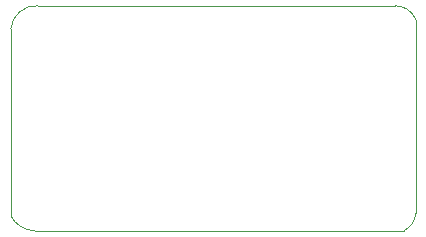
<source format=gbr>
%TF.GenerationSoftware,KiCad,Pcbnew,(6.0.1)*%
%TF.CreationDate,2022-02-12T15:33:55+03:30*%
%TF.ProjectId,led,6c65642e-6b69-4636-9164-5f7063625858,rev?*%
%TF.SameCoordinates,Original*%
%TF.FileFunction,Profile,NP*%
%FSLAX46Y46*%
G04 Gerber Fmt 4.6, Leading zero omitted, Abs format (unit mm)*
G04 Created by KiCad (PCBNEW (6.0.1)) date 2022-02-12 15:33:55*
%MOMM*%
%LPD*%
G01*
G04 APERTURE LIST*
%TA.AperFunction,Profile*%
%ADD10C,0.100000*%
%TD*%
G04 APERTURE END LIST*
D10*
X124714000Y-115570000D02*
G75*
G03*
X125730000Y-114046000I-753677J1603118D01*
G01*
X125730000Y-97687113D02*
G75*
G03*
X123952000Y-96520000I-1726694J-692601D01*
G01*
X93726000Y-96520000D02*
G75*
G03*
X91440000Y-98471821I-140614J-2149919D01*
G01*
X91439999Y-114300000D02*
G75*
G03*
X93472000Y-115570000I2088979J1081767D01*
G01*
X124714000Y-115570000D02*
X93472000Y-115570000D01*
X125730000Y-97687113D02*
X125730000Y-114046000D01*
X93726000Y-96520000D02*
X123952000Y-96520000D01*
X91440000Y-114300000D02*
X91440000Y-98471821D01*
M02*

</source>
